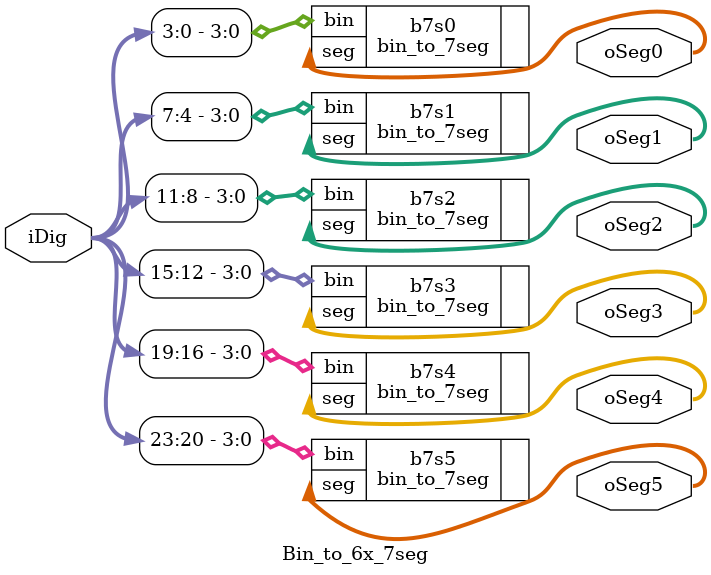
<source format=v>
module Bin_to_6x_7seg (
	oSeg0,
	oSeg1,
	oSeg2,
	oSeg3,
	oSeg4,
	oSeg5,
	iDig
	);
	
input [23:0] iDig;
output [6:0] oSeg0,oSeg1,oSeg2,oSeg3,oSeg4,oSeg5;
	
	bin_to_7seg b7s0 (.bin(iDig[3:0]),.seg(oSeg0)); 
	bin_to_7seg b7s1 (.bin(iDig[7:4]),.seg(oSeg1)); 
	bin_to_7seg b7s2 (.bin(iDig[11:8]),.seg(oSeg2)); 
	bin_to_7seg b7s3 (.bin(iDig[15:12]),.seg(oSeg3)); 
	bin_to_7seg b7s4 (.bin(iDig[19:16]),.seg(oSeg4)); 
	bin_to_7seg b7s5 (.bin(iDig[23:20]),.seg(oSeg5));	

endmodule
</source>
